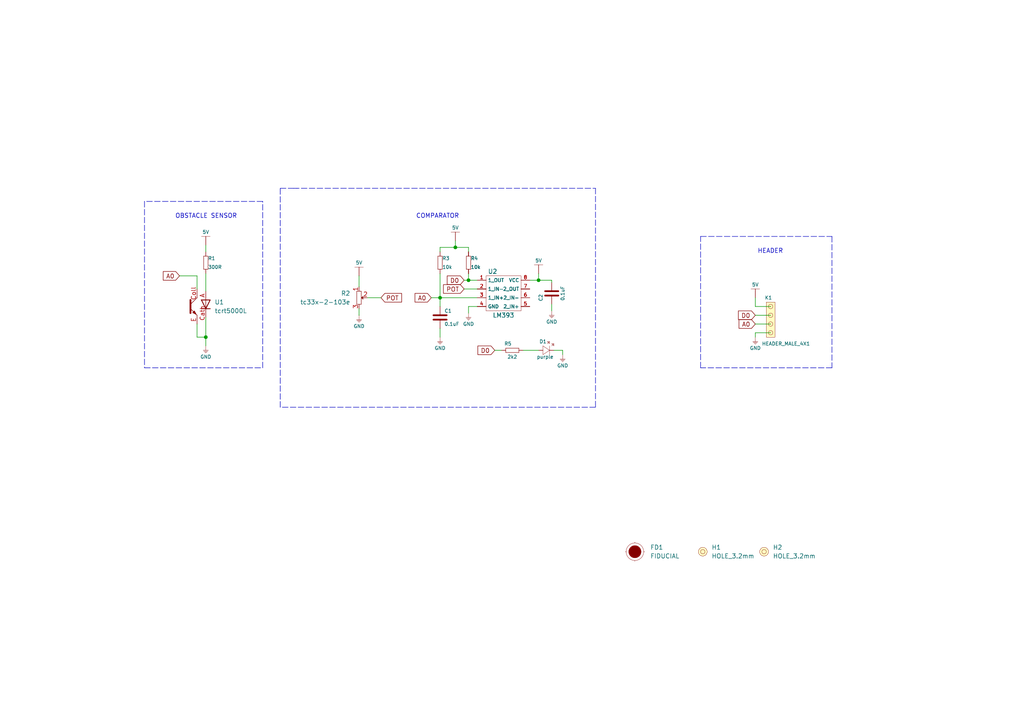
<source format=kicad_sch>
(kicad_sch (version 20210621) (generator eeschema)

  (uuid 779c5b46-3dc3-43e9-a3cd-53e3c0c8bd0d)

  (paper "A4")

  (title_block
    (title "Obstacle Sensor TCRT5000L")
    (date "2021-06-30")
    (rev "v1.1.1.")
    (company "SOLDERED")
    (comment 1 "333012")
  )

  (lib_symbols
    (symbol "e-radionica.com schematics:0402LED" (pin_numbers hide) (pin_names (offset 0.254) hide) (in_bom yes) (on_board yes)
      (property "Reference" "D" (id 0) (at -0.635 2.54 0)
        (effects (font (size 1 1)))
      )
      (property "Value" "0402LED" (id 1) (at 0 -2.54 0)
        (effects (font (size 1 1)))
      )
      (property "Footprint" "e-radionica.com footprinti:0402LED" (id 2) (at 0 5.08 0)
        (effects (font (size 1 1)) hide)
      )
      (property "Datasheet" "" (id 3) (at 0 0 0)
        (effects (font (size 1 1)) hide)
      )
      (property "Package" "0402" (id 4) (at 0 0 0)
        (effects (font (size 1.27 1.27)) hide)
      )
      (symbol "0402LED_0_1"
        (polyline
          (pts
            (xy -0.635 1.27)
            (xy 1.27 0)
          )
          (stroke (width 0.0006)) (fill (type none))
        )
        (polyline
          (pts
            (xy 0.635 1.905)
            (xy 1.27 2.54)
          )
          (stroke (width 0.0006)) (fill (type none))
        )
        (polyline
          (pts
            (xy 1.27 1.27)
            (xy 1.27 -1.27)
          )
          (stroke (width 0.0006)) (fill (type none))
        )
        (polyline
          (pts
            (xy 1.905 1.27)
            (xy 2.54 1.905)
          )
          (stroke (width 0.0006)) (fill (type none))
        )
        (polyline
          (pts
            (xy -0.635 1.27)
            (xy -0.635 -1.27)
            (xy 1.27 0)
          )
          (stroke (width 0.0006)) (fill (type none))
        )
        (polyline
          (pts
            (xy 1.27 2.54)
            (xy 0.635 2.54)
            (xy 1.27 1.905)
            (xy 1.27 2.54)
          )
          (stroke (width 0.0006)) (fill (type none))
        )
        (polyline
          (pts
            (xy 2.54 1.905)
            (xy 1.905 1.905)
            (xy 2.54 1.27)
            (xy 2.54 1.905)
          )
          (stroke (width 0.0006)) (fill (type none))
        )
      )
      (symbol "0402LED_1_1"
        (pin passive line (at -1.905 0 0) (length 1.27)
          (name "A" (effects (font (size 1.27 1.27))))
          (number "1" (effects (font (size 1.27 1.27))))
        )
        (pin passive line (at 2.54 0 180) (length 1.27)
          (name "K" (effects (font (size 1.27 1.27))))
          (number "2" (effects (font (size 1.27 1.27))))
        )
      )
    )
    (symbol "e-radionica.com schematics:0402R" (pin_numbers hide) (pin_names (offset 0.254)) (in_bom yes) (on_board yes)
      (property "Reference" "R" (id 0) (at -1.905 1.27 0)
        (effects (font (size 1 1)))
      )
      (property "Value" "0402R" (id 1) (at 0 -1.27 0)
        (effects (font (size 1 1)))
      )
      (property "Footprint" "e-radionica.com footprinti:0402R" (id 2) (at -2.54 1.905 0)
        (effects (font (size 1 1)) hide)
      )
      (property "Datasheet" "" (id 3) (at -2.54 1.905 0)
        (effects (font (size 1 1)) hide)
      )
      (symbol "0402R_0_1"
        (rectangle (start -1.905 -0.635) (end 1.905 -0.6604)
          (stroke (width 0.1)) (fill (type none))
        )
        (rectangle (start -1.905 0.635) (end -1.8796 -0.635)
          (stroke (width 0.1)) (fill (type none))
        )
        (rectangle (start -1.905 0.635) (end 1.905 0.6096)
          (stroke (width 0.1)) (fill (type none))
        )
        (rectangle (start 1.905 0.635) (end 1.9304 -0.635)
          (stroke (width 0.1)) (fill (type none))
        )
      )
      (symbol "0402R_1_1"
        (pin passive line (at -3.175 0 0) (length 1.27)
          (name "~" (effects (font (size 1.27 1.27))))
          (number "1" (effects (font (size 1.27 1.27))))
        )
        (pin passive line (at 3.175 0 180) (length 1.27)
          (name "~" (effects (font (size 1.27 1.27))))
          (number "2" (effects (font (size 1.27 1.27))))
        )
      )
    )
    (symbol "e-radionica.com schematics:0603C" (pin_numbers hide) (pin_names (offset 0.002)) (in_bom yes) (on_board yes)
      (property "Reference" "C" (id 0) (at -0.635 3.175 0)
        (effects (font (size 1 1)))
      )
      (property "Value" "0603C" (id 1) (at 0 -3.175 0)
        (effects (font (size 1 1)))
      )
      (property "Footprint" "e-radionica.com footprinti:0603C" (id 2) (at 0 0 0)
        (effects (font (size 1 1)) hide)
      )
      (property "Datasheet" "" (id 3) (at 0 0 0)
        (effects (font (size 1 1)) hide)
      )
      (symbol "0603C_0_1"
        (polyline
          (pts
            (xy -0.635 1.905)
            (xy -0.635 -1.905)
          )
          (stroke (width 0.5)) (fill (type none))
        )
        (polyline
          (pts
            (xy 0.635 1.905)
            (xy 0.635 -1.905)
          )
          (stroke (width 0.5)) (fill (type none))
        )
      )
      (symbol "0603C_1_1"
        (pin passive line (at -3.175 0 0) (length 2.54)
          (name "~" (effects (font (size 1.27 1.27))))
          (number "1" (effects (font (size 1.27 1.27))))
        )
        (pin passive line (at 3.175 0 180) (length 2.54)
          (name "~" (effects (font (size 1.27 1.27))))
          (number "2" (effects (font (size 1.27 1.27))))
        )
      )
    )
    (symbol "e-radionica.com schematics:0603R" (pin_numbers hide) (pin_names (offset 0.254)) (in_bom yes) (on_board yes)
      (property "Reference" "R" (id 0) (at -1.905 1.905 0)
        (effects (font (size 1 1)))
      )
      (property "Value" "0603R" (id 1) (at 0 -1.905 0)
        (effects (font (size 1 1)))
      )
      (property "Footprint" "e-radionica.com footprinti:0603R" (id 2) (at -0.635 1.905 0)
        (effects (font (size 1 1)) hide)
      )
      (property "Datasheet" "" (id 3) (at -0.635 1.905 0)
        (effects (font (size 1 1)) hide)
      )
      (symbol "0603R_0_1"
        (rectangle (start -1.905 -0.635) (end 1.905 -0.6604)
          (stroke (width 0.1)) (fill (type none))
        )
        (rectangle (start -1.905 0.635) (end -1.8796 -0.635)
          (stroke (width 0.1)) (fill (type none))
        )
        (rectangle (start -1.905 0.635) (end 1.905 0.6096)
          (stroke (width 0.1)) (fill (type none))
        )
        (rectangle (start 1.905 0.635) (end 1.9304 -0.635)
          (stroke (width 0.1)) (fill (type none))
        )
      )
      (symbol "0603R_1_1"
        (pin passive line (at -3.175 0 0) (length 1.27)
          (name "~" (effects (font (size 1.27 1.27))))
          (number "1" (effects (font (size 1.27 1.27))))
        )
        (pin passive line (at 3.175 0 180) (length 1.27)
          (name "~" (effects (font (size 1.27 1.27))))
          (number "2" (effects (font (size 1.27 1.27))))
        )
      )
    )
    (symbol "e-radionica.com schematics:5V" (power) (pin_names (offset 0)) (in_bom yes) (on_board yes)
      (property "Reference" "#PWR" (id 0) (at 4.445 0 0)
        (effects (font (size 1 1)) hide)
      )
      (property "Value" "5V" (id 1) (at 0 3.556 0)
        (effects (font (size 1 1)))
      )
      (property "Footprint" "" (id 2) (at 4.445 3.81 0)
        (effects (font (size 1 1)) hide)
      )
      (property "Datasheet" "" (id 3) (at 4.445 3.81 0)
        (effects (font (size 1 1)) hide)
      )
      (property "ki_keywords" "power-flag" (id 4) (at 0 0 0)
        (effects (font (size 1.27 1.27)) hide)
      )
      (property "ki_description" "Power symbol creates a global label with name \"+3V3\"" (id 5) (at 0 0 0)
        (effects (font (size 1.27 1.27)) hide)
      )
      (symbol "5V_0_1"
        (polyline
          (pts
            (xy -1.27 2.54)
            (xy 1.27 2.54)
          )
          (stroke (width 0.0006)) (fill (type none))
        )
        (polyline
          (pts
            (xy 0 0)
            (xy 0 2.54)
          )
          (stroke (width 0)) (fill (type none))
        )
      )
      (symbol "5V_1_1"
        (pin power_in line (at 0 0 90) (length 0) hide
          (name "5V" (effects (font (size 1.27 1.27))))
          (number "1" (effects (font (size 1.27 1.27))))
        )
      )
    )
    (symbol "e-radionica.com schematics:FIDUCIAL" (in_bom no) (on_board yes)
      (property "Reference" "FD" (id 0) (at 0 3.81 0)
        (effects (font (size 1.27 1.27)))
      )
      (property "Value" "FIDUCIAL" (id 1) (at 0 -3.81 0)
        (effects (font (size 1.27 1.27)))
      )
      (property "Footprint" "e-radionica.com footprinti:FIDUCIAL_23" (id 2) (at 0.254 -5.334 0)
        (effects (font (size 1.27 1.27)) hide)
      )
      (property "Datasheet" "" (id 3) (at 0 0 0)
        (effects (font (size 1.27 1.27)) hide)
      )
      (symbol "FIDUCIAL_0_1"
        (circle (center 0 0) (radius 2.54) (stroke (width 0.0006)) (fill (type none)))
        (circle (center 0 0) (radius 1.7961) (stroke (width 0.001)) (fill (type outline)))
        (polyline
          (pts
            (xy -2.54 0)
            (xy -2.794 0)
          )
          (stroke (width 0.0006)) (fill (type none))
        )
        (polyline
          (pts
            (xy 0 -2.54)
            (xy 0 -2.794)
          )
          (stroke (width 0.0006)) (fill (type none))
        )
        (polyline
          (pts
            (xy 0 2.54)
            (xy 0 2.794)
          )
          (stroke (width 0.0006)) (fill (type none))
        )
        (polyline
          (pts
            (xy 2.54 0)
            (xy 2.794 0)
          )
          (stroke (width 0.0006)) (fill (type none))
        )
      )
    )
    (symbol "e-radionica.com schematics:GND" (power) (pin_names (offset 0)) (in_bom yes) (on_board yes)
      (property "Reference" "#PWR" (id 0) (at 4.445 0 0)
        (effects (font (size 1 1)) hide)
      )
      (property "Value" "GND" (id 1) (at 0 -2.921 0)
        (effects (font (size 1 1)))
      )
      (property "Footprint" "" (id 2) (at 4.445 3.81 0)
        (effects (font (size 1 1)) hide)
      )
      (property "Datasheet" "" (id 3) (at 4.445 3.81 0)
        (effects (font (size 1 1)) hide)
      )
      (property "ki_keywords" "power-flag" (id 4) (at 0 0 0)
        (effects (font (size 1.27 1.27)) hide)
      )
      (property "ki_description" "Power symbol creates a global label with name \"+3V3\"" (id 5) (at 0 0 0)
        (effects (font (size 1.27 1.27)) hide)
      )
      (symbol "GND_0_1"
        (polyline
          (pts
            (xy -0.762 -1.27)
            (xy 0.762 -1.27)
          )
          (stroke (width 0.0006)) (fill (type none))
        )
        (polyline
          (pts
            (xy -0.635 -1.524)
            (xy 0.635 -1.524)
          )
          (stroke (width 0.0006)) (fill (type none))
        )
        (polyline
          (pts
            (xy -0.381 -1.778)
            (xy 0.381 -1.778)
          )
          (stroke (width 0.0006)) (fill (type none))
        )
        (polyline
          (pts
            (xy -0.127 -2.032)
            (xy 0.127 -2.032)
          )
          (stroke (width 0.0006)) (fill (type none))
        )
        (polyline
          (pts
            (xy 0 0)
            (xy 0 -1.27)
          )
          (stroke (width 0.0006)) (fill (type none))
        )
      )
      (symbol "GND_1_1"
        (pin power_in line (at 0 0 270) (length 0) hide
          (name "GND" (effects (font (size 1.27 1.27))))
          (number "1" (effects (font (size 1.27 1.27))))
        )
      )
    )
    (symbol "e-radionica.com schematics:HEADER_MALE_4X1" (pin_numbers hide) (pin_names hide) (in_bom yes) (on_board yes)
      (property "Reference" "K" (id 0) (at -0.635 7.62 0)
        (effects (font (size 1 1)))
      )
      (property "Value" "HEADER_MALE_4X1" (id 1) (at 0 -5.08 0)
        (effects (font (size 1 1)))
      )
      (property "Footprint" "e-radionica.com footprinti:HEADER_MALE_4X1" (id 2) (at 0 -2.54 0)
        (effects (font (size 1 1)) hide)
      )
      (property "Datasheet" "" (id 3) (at 0 -2.54 0)
        (effects (font (size 1 1)) hide)
      )
      (symbol "HEADER_MALE_4X1_0_1"
        (circle (center 0 -2.54) (radius 0.635) (stroke (width 0.0006)) (fill (type none)))
        (circle (center 0 0) (radius 0.635) (stroke (width 0.0006)) (fill (type none)))
        (circle (center 0 2.54) (radius 0.635) (stroke (width 0.0006)) (fill (type none)))
        (circle (center 0 5.08) (radius 0.635) (stroke (width 0.0006)) (fill (type none)))
        (rectangle (start 1.27 -3.81) (end -1.27 6.35)
          (stroke (width 0.001)) (fill (type background))
        )
      )
      (symbol "HEADER_MALE_4X1_1_1"
        (pin passive line (at 0 -2.54 180) (length 0)
          (name "~" (effects (font (size 1 1))))
          (number "1" (effects (font (size 1 1))))
        )
        (pin passive line (at 0 0 180) (length 0)
          (name "~" (effects (font (size 1 1))))
          (number "2" (effects (font (size 1 1))))
        )
        (pin passive line (at 0 2.54 180) (length 0)
          (name "~" (effects (font (size 1 1))))
          (number "3" (effects (font (size 1 1))))
        )
        (pin passive line (at 0 5.08 180) (length 0)
          (name "~" (effects (font (size 1 1))))
          (number "4" (effects (font (size 1 1))))
        )
      )
    )
    (symbol "e-radionica.com schematics:HOLE_3.2mm" (pin_numbers hide) (pin_names hide) (in_bom yes) (on_board yes)
      (property "Reference" "H" (id 0) (at 0 2.54 0)
        (effects (font (size 1.27 1.27)))
      )
      (property "Value" "HOLE_3.2mm" (id 1) (at 0 -2.54 0)
        (effects (font (size 1.27 1.27)))
      )
      (property "Footprint" "e-radionica.com footprinti:HOLE_3.2mm" (id 2) (at 0 0 0)
        (effects (font (size 1.27 1.27)) hide)
      )
      (property "Datasheet" "" (id 3) (at 0 0 0)
        (effects (font (size 1.27 1.27)) hide)
      )
      (symbol "HOLE_3.2mm_0_1"
        (circle (center 0 0) (radius 0.635) (stroke (width 0.0006)) (fill (type none)))
        (circle (center 0 0) (radius 1.27) (stroke (width 0.001)) (fill (type background)))
      )
    )
    (symbol "e-radionica.com schematics:LM393" (in_bom yes) (on_board yes)
      (property "Reference" "U" (id 0) (at 0 6.35 0)
        (effects (font (size 1.27 1.27)))
      )
      (property "Value" "LM393" (id 1) (at 0 -6.35 0)
        (effects (font (size 1.27 1.27)))
      )
      (property "Footprint" "e-radionica.com footprinti:SOIC−8" (id 2) (at 3.81 -2.54 0)
        (effects (font (size 1.27 1.27)) hide)
      )
      (property "Datasheet" "" (id 3) (at 3.81 -2.54 0)
        (effects (font (size 1.27 1.27)) hide)
      )
      (symbol "LM393_0_1"
        (rectangle (start -5.08 5.08) (end 5.08 -5.08)
          (stroke (width 0.0006)) (fill (type none))
        )
      )
      (symbol "LM393_1_1"
        (pin power_in line (at -7.62 3.81 0) (length 2.54)
          (name "1_OUT" (effects (font (size 1 1))))
          (number "1" (effects (font (size 1 1))))
        )
        (pin input line (at -7.62 1.27 0) (length 2.54)
          (name "1_IN-" (effects (font (size 1 1))))
          (number "2" (effects (font (size 1 1))))
        )
        (pin power_in line (at -7.62 -1.27 0) (length 2.54)
          (name "1_IN+" (effects (font (size 1 1))))
          (number "3" (effects (font (size 1 1))))
        )
        (pin passive line (at -7.62 -3.81 0) (length 2.54)
          (name "GND" (effects (font (size 1 1))))
          (number "4" (effects (font (size 1 1))))
        )
        (pin power_in line (at 7.62 -3.81 180) (length 2.54)
          (name "2_IN+" (effects (font (size 1 1))))
          (number "5" (effects (font (size 1 1))))
        )
        (pin power_in line (at 7.62 -1.27 180) (length 2.54)
          (name "2_IN-" (effects (font (size 1 1))))
          (number "6" (effects (font (size 1 1))))
        )
        (pin power_out line (at 7.62 1.27 180) (length 2.54)
          (name "2_OUT" (effects (font (size 1 1))))
          (number "7" (effects (font (size 1 1))))
        )
        (pin power_in line (at 7.62 3.81 180) (length 2.54)
          (name "VCC" (effects (font (size 1 1))))
          (number "8" (effects (font (size 1 1))))
        )
      )
    )
    (symbol "e-radionica.com schematics:tc33x-2-103e" (in_bom yes) (on_board yes)
      (property "Reference" "R" (id 0) (at -1.778 3.302 0)
        (effects (font (size 1.27 1.27)))
      )
      (property "Value" "tc33x-2-103e" (id 1) (at 0 -2.54 0)
        (effects (font (size 1.27 1.27)))
      )
      (property "Footprint" "e-radionica.com footprinti:tc33x-2-103e" (id 2) (at 0 -5.08 0)
        (effects (font (size 1.27 1.27)) hide)
      )
      (property "Datasheet" "" (id 3) (at -0.0508 -0.0508 0)
        (effects (font (size 1.27 1.27)) hide)
      )
      (symbol "tc33x-2-103e_0_1"
        (rectangle (start -1.905 -0.635) (end 1.905 -0.6604)
          (stroke (width 0.1)) (fill (type none))
        )
        (rectangle (start -1.905 0.635) (end -1.8796 -0.635)
          (stroke (width 0.1)) (fill (type none))
        )
        (rectangle (start -1.905 0.635) (end 1.905 0.6096)
          (stroke (width 0.1)) (fill (type none))
        )
        (rectangle (start 1.905 0.635) (end 1.9304 -0.635)
          (stroke (width 0.1)) (fill (type none))
        )
        (polyline
          (pts
            (xy -0.4318 1.1684)
            (xy 0.4826 1.1684)
            (xy 0 0.635)
            (xy -0.4064 1.0922)
            (xy -0.4826 1.1684)
            (xy 0 0.7874)
            (xy 0.3048 1.1176)
            (xy -0.254 1.0668)
            (xy 0.0254 0.8636)
            (xy 0.0762 1.0414)
            (xy -0.0254 0.9652)
          )
          (stroke (width 0.0006)) (fill (type none))
        )
      )
      (symbol "tc33x-2-103e_1_1"
        (pin passive line (at -3.175 0 0) (length 1.27)
          (name "~" (effects (font (size 1.27 1.27))))
          (number "1" (effects (font (size 1.27 1.27))))
        )
        (pin passive line (at 0 2.4892 270) (length 1.27)
          (name "" (effects (font (size 1.27 1.27))))
          (number "2" (effects (font (size 1.27 1.27))))
        )
        (pin passive line (at 3.175 0.0002 180) (length 1.27)
          (name "~" (effects (font (size 1.27 1.27))))
          (number "3" (effects (font (size 1.27 1.27))))
        )
      )
    )
    (symbol "e-radionica.com schematics:tcrt5000L" (in_bom yes) (on_board yes)
      (property "Reference" "U" (id 0) (at -4.445 3.81 0)
        (effects (font (size 1.27 1.27)))
      )
      (property "Value" "tcrt5000L" (id 1) (at 0 -13.335 0)
        (effects (font (size 1.27 1.27)))
      )
      (property "Footprint" "e-radionica.com footprinti:TCRT5000L" (id 2) (at -0.635 0 0)
        (effects (font (size 1.27 1.27)) hide)
      )
      (property "Datasheet" "" (id 3) (at -0.635 0 0)
        (effects (font (size 1.27 1.27)) hide)
      )
      (symbol "tcrt5000L_0_1"
        (polyline
          (pts
            (xy -3.175 0.635)
            (xy -1.27 2.54)
          )
          (stroke (width 0)) (fill (type none))
        )
        (polyline
          (pts
            (xy 0 -0.635)
            (xy 2.54 -0.635)
          )
          (stroke (width 0.254)) (fill (type none))
        )
        (polyline
          (pts
            (xy 1.27 1.905)
            (xy 1.27 -0.635)
          )
          (stroke (width 0)) (fill (type none))
        )
        (polyline
          (pts
            (xy -3.175 -0.635)
            (xy -1.27 -2.54)
            (xy -1.27 -2.54)
          )
          (stroke (width 0)) (fill (type none))
        )
        (polyline
          (pts
            (xy -3.175 1.905)
            (xy -3.175 -1.905)
            (xy -3.175 -1.905)
          )
          (stroke (width 0.508)) (fill (type none))
        )
        (polyline
          (pts
            (xy 0 1.905)
            (xy 2.54 1.905)
            (xy 1.27 -0.635)
            (xy 0 1.905)
          )
          (stroke (width 0.254)) (fill (type none))
        )
        (polyline
          (pts
            (xy -2.54 -1.778)
            (xy -2.032 -1.27)
            (xy -1.524 -2.286)
            (xy -2.54 -1.778)
            (xy -2.54 -1.778)
          )
          (stroke (width 0)) (fill (type outline))
        )
      )
      (symbol "tcrt5000L_1_1"
        (pin passive line (at 1.27 4.445 270) (length 2.54)
          (name "" (effects (font (size 1.27 1.27))))
          (number "A" (effects (font (size 1.27 1.27))))
        )
        (pin passive line (at 1.27 -3.175 90) (length 2.54)
          (name "" (effects (font (size 1.27 1.27))))
          (number "Cath" (effects (font (size 1.27 1.27))))
        )
        (pin passive line (at -1.27 5.08 270) (length 2.54)
          (name "" (effects (font (size 1.27 1.27))))
          (number "Coll" (effects (font (size 1.27 1.27))))
        )
        (pin passive line (at -1.27 -5.08 90) (length 2.54)
          (name "" (effects (font (size 1.27 1.27))))
          (number "E" (effects (font (size 1.27 1.27))))
        )
      )
    )
  )

  (junction (at 59.69 97.79) (diameter 0.9144) (color 0 0 0 0))
  (junction (at 127.635 86.36) (diameter 0.9144) (color 0 0 0 0))
  (junction (at 132.08 71.755) (diameter 0.9144) (color 0 0 0 0))
  (junction (at 135.89 81.28) (diameter 0.9144) (color 0 0 0 0))
  (junction (at 156.21 81.28) (diameter 0.9144) (color 0 0 0 0))

  (wire (pts (xy 52.07 80.01) (xy 57.15 80.01))
    (stroke (width 0) (type solid) (color 0 0 0 0))
    (uuid f5cce352-17bd-4635-b7c9-100468f9ba6a)
  )
  (wire (pts (xy 57.15 80.01) (xy 57.15 83.82))
    (stroke (width 0) (type solid) (color 0 0 0 0))
    (uuid a7ddde68-6257-4ade-9a11-c6778d7b6c71)
  )
  (wire (pts (xy 57.15 93.98) (xy 57.15 97.79))
    (stroke (width 0) (type solid) (color 0 0 0 0))
    (uuid bd5f25d3-8eab-41e2-a46b-b8aceaa855f4)
  )
  (wire (pts (xy 57.15 97.79) (xy 59.69 97.79))
    (stroke (width 0) (type solid) (color 0 0 0 0))
    (uuid bd5f25d3-8eab-41e2-a46b-b8aceaa855f4)
  )
  (wire (pts (xy 59.69 71.12) (xy 59.69 73.025))
    (stroke (width 0) (type solid) (color 0 0 0 0))
    (uuid 96b86411-a2dc-47bb-a466-f1d6969d6d4e)
  )
  (wire (pts (xy 59.69 79.375) (xy 59.69 84.455))
    (stroke (width 0) (type solid) (color 0 0 0 0))
    (uuid 0476afb7-b092-455c-8ed1-d082311e7620)
  )
  (wire (pts (xy 59.69 92.075) (xy 59.69 97.79))
    (stroke (width 0) (type solid) (color 0 0 0 0))
    (uuid 14dd3509-40c0-4162-8ec8-6d326cdc9e86)
  )
  (wire (pts (xy 59.69 97.79) (xy 59.69 100.33))
    (stroke (width 0) (type solid) (color 0 0 0 0))
    (uuid bd5f25d3-8eab-41e2-a46b-b8aceaa855f4)
  )
  (wire (pts (xy 104.14 80.01) (xy 104.14 83.185))
    (stroke (width 0) (type solid) (color 0 0 0 0))
    (uuid d96862db-8bad-4a7c-b968-daaad9fc6848)
  )
  (wire (pts (xy 104.14 91.44) (xy 104.1402 91.44))
    (stroke (width 0) (type solid) (color 0 0 0 0))
    (uuid d297a04e-1b6b-40fb-b4c0-4536a139fff2)
  )
  (wire (pts (xy 104.1402 89.535) (xy 104.1402 91.44))
    (stroke (width 0) (type solid) (color 0 0 0 0))
    (uuid 777bd36e-afcc-4f88-8880-fb0794830e45)
  )
  (wire (pts (xy 106.6292 86.36) (xy 110.49 86.36))
    (stroke (width 0) (type solid) (color 0 0 0 0))
    (uuid cd9c0dca-bf53-447e-be47-3a90a751d257)
  )
  (wire (pts (xy 125.095 86.36) (xy 127.635 86.36))
    (stroke (width 0) (type solid) (color 0 0 0 0))
    (uuid ded05270-e37d-459a-8f66-acef83444f56)
  )
  (wire (pts (xy 127.635 71.755) (xy 132.08 71.755))
    (stroke (width 0) (type solid) (color 0 0 0 0))
    (uuid 90168466-d72d-4732-ab7b-7653b44f9e77)
  )
  (wire (pts (xy 127.635 73.025) (xy 127.635 71.755))
    (stroke (width 0) (type solid) (color 0 0 0 0))
    (uuid b63d64c9-bcbd-4287-a815-66ffa71f5642)
  )
  (wire (pts (xy 127.635 79.375) (xy 127.635 86.36))
    (stroke (width 0) (type solid) (color 0 0 0 0))
    (uuid e84d2062-c6d4-4b93-b817-767120f23dca)
  )
  (wire (pts (xy 127.635 86.36) (xy 127.635 88.9))
    (stroke (width 0) (type solid) (color 0 0 0 0))
    (uuid ca78236a-5461-414f-b13d-90d23abc3a60)
  )
  (wire (pts (xy 127.635 86.36) (xy 138.43 86.36))
    (stroke (width 0) (type solid) (color 0 0 0 0))
    (uuid 0be01aff-fa7a-4687-ac2f-de9eb7d2d31e)
  )
  (wire (pts (xy 127.635 95.25) (xy 127.635 97.79))
    (stroke (width 0) (type solid) (color 0 0 0 0))
    (uuid d11e9852-9a60-48b9-8999-165d5dea6966)
  )
  (wire (pts (xy 132.08 71.755) (xy 132.08 69.85))
    (stroke (width 0) (type solid) (color 0 0 0 0))
    (uuid 3b189709-e4ae-4919-941d-11dca72fe1a9)
  )
  (wire (pts (xy 132.08 71.755) (xy 135.89 71.755))
    (stroke (width 0) (type solid) (color 0 0 0 0))
    (uuid 97dd2cfe-9a83-4e10-9253-d44344ac98ca)
  )
  (wire (pts (xy 134.62 81.28) (xy 135.89 81.28))
    (stroke (width 0) (type solid) (color 0 0 0 0))
    (uuid 1ebb3e7d-6e78-4381-b75b-4d620f7415eb)
  )
  (wire (pts (xy 134.62 83.82) (xy 138.43 83.82))
    (stroke (width 0) (type solid) (color 0 0 0 0))
    (uuid cda1c938-87a3-4c4a-8b09-be1108874f13)
  )
  (wire (pts (xy 135.89 71.755) (xy 135.89 73.025))
    (stroke (width 0) (type solid) (color 0 0 0 0))
    (uuid b203b6cc-a5ab-46e2-b7d6-77ac15968948)
  )
  (wire (pts (xy 135.89 79.375) (xy 135.89 81.28))
    (stroke (width 0) (type solid) (color 0 0 0 0))
    (uuid e54dfbee-c0a0-46c6-bdc0-d97ad1e734af)
  )
  (wire (pts (xy 135.89 81.28) (xy 138.43 81.28))
    (stroke (width 0) (type solid) (color 0 0 0 0))
    (uuid e23156ab-5dbc-4511-8986-a7108edc15b0)
  )
  (wire (pts (xy 135.89 88.9) (xy 135.89 90.805))
    (stroke (width 0) (type solid) (color 0 0 0 0))
    (uuid ff15f836-4e89-43fb-8243-ae85ba420fee)
  )
  (wire (pts (xy 138.43 88.9) (xy 135.89 88.9))
    (stroke (width 0) (type solid) (color 0 0 0 0))
    (uuid e4069da4-3fb9-4885-9948-8d4b631545bd)
  )
  (wire (pts (xy 143.51 101.6) (xy 145.415 101.6))
    (stroke (width 0) (type solid) (color 0 0 0 0))
    (uuid 099e87bd-e1c5-46c3-9b4d-994dc13f7416)
  )
  (wire (pts (xy 151.765 101.6) (xy 156.21 101.6))
    (stroke (width 0) (type solid) (color 0 0 0 0))
    (uuid b2ce17f3-c1bb-461a-aedf-5821db77619e)
  )
  (wire (pts (xy 153.67 81.28) (xy 156.21 81.28))
    (stroke (width 0) (type solid) (color 0 0 0 0))
    (uuid b080e924-83e1-4fe5-80fe-57343fca6c8d)
  )
  (wire (pts (xy 156.21 81.28) (xy 156.21 79.375))
    (stroke (width 0) (type solid) (color 0 0 0 0))
    (uuid cf60e33d-f987-45cd-8a2a-eacf1def2c60)
  )
  (wire (pts (xy 160.02 81.28) (xy 156.21 81.28))
    (stroke (width 0) (type solid) (color 0 0 0 0))
    (uuid 4bf0ecfd-52c5-49a0-bcc0-775c46d6c429)
  )
  (wire (pts (xy 160.02 81.915) (xy 160.02 81.28))
    (stroke (width 0) (type solid) (color 0 0 0 0))
    (uuid b52b6789-0361-454b-855a-8e892b39b271)
  )
  (wire (pts (xy 160.02 88.265) (xy 160.02 90.17))
    (stroke (width 0) (type solid) (color 0 0 0 0))
    (uuid d7f608cb-fe54-42cd-bfbb-fe223df4d930)
  )
  (wire (pts (xy 160.655 101.6) (xy 163.195 101.6))
    (stroke (width 0) (type solid) (color 0 0 0 0))
    (uuid 006c82cd-8233-4c4c-8fb2-135db9093e9d)
  )
  (wire (pts (xy 163.195 101.6) (xy 163.195 102.87))
    (stroke (width 0) (type solid) (color 0 0 0 0))
    (uuid 6c9182be-071f-46ae-a91a-28b0bf873aec)
  )
  (wire (pts (xy 219.075 88.9) (xy 219.075 86.36))
    (stroke (width 0) (type solid) (color 0 0 0 0))
    (uuid 02b45d48-dac7-4de5-8bbf-51193c9fcd79)
  )
  (wire (pts (xy 219.075 91.44) (xy 223.52 91.44))
    (stroke (width 0) (type solid) (color 0 0 0 0))
    (uuid 5a474233-ed47-45fd-9a69-1ad1617a261b)
  )
  (wire (pts (xy 219.075 93.98) (xy 223.52 93.98))
    (stroke (width 0) (type solid) (color 0 0 0 0))
    (uuid 5bb0a292-258a-4f7d-ab87-d214d7dcd535)
  )
  (wire (pts (xy 219.075 96.52) (xy 219.075 97.79))
    (stroke (width 0) (type solid) (color 0 0 0 0))
    (uuid 810e64c9-be8e-4f2d-a69c-e4269a9a1004)
  )
  (wire (pts (xy 223.52 88.9) (xy 219.075 88.9))
    (stroke (width 0) (type solid) (color 0 0 0 0))
    (uuid 26f00869-2a78-46a8-94d1-3b8347df9236)
  )
  (wire (pts (xy 223.52 96.52) (xy 219.075 96.52))
    (stroke (width 0) (type solid) (color 0 0 0 0))
    (uuid ab6f3e1c-2adb-4290-a338-53fd761b9a10)
  )
  (polyline (pts (xy 41.91 58.42) (xy 41.91 106.68))
    (stroke (width 0) (type dash) (color 0 0 0 0))
    (uuid adb9709c-889f-4d2f-89fe-069b1560865d)
  )
  (polyline (pts (xy 41.91 106.68) (xy 76.2 106.68))
    (stroke (width 0) (type dash) (color 0 0 0 0))
    (uuid adb9709c-889f-4d2f-89fe-069b1560865d)
  )
  (polyline (pts (xy 76.2 58.42) (xy 41.91 58.42))
    (stroke (width 0) (type dash) (color 0 0 0 0))
    (uuid adb9709c-889f-4d2f-89fe-069b1560865d)
  )
  (polyline (pts (xy 76.2 106.68) (xy 76.2 58.42))
    (stroke (width 0) (type dash) (color 0 0 0 0))
    (uuid adb9709c-889f-4d2f-89fe-069b1560865d)
  )
  (polyline (pts (xy 81.28 54.61) (xy 86.36 54.61))
    (stroke (width 0) (type dash) (color 0 0 0 0))
    (uuid b30ef224-f395-4947-84bb-28d44d29b7b1)
  )
  (polyline (pts (xy 81.28 118.11) (xy 81.28 54.61))
    (stroke (width 0) (type dash) (color 0 0 0 0))
    (uuid b30ef224-f395-4947-84bb-28d44d29b7b1)
  )
  (polyline (pts (xy 85.09 54.61) (xy 172.72 54.61))
    (stroke (width 0) (type dash) (color 0 0 0 0))
    (uuid b30ef224-f395-4947-84bb-28d44d29b7b1)
  )
  (polyline (pts (xy 172.72 54.61) (xy 172.72 118.11))
    (stroke (width 0) (type dash) (color 0 0 0 0))
    (uuid b30ef224-f395-4947-84bb-28d44d29b7b1)
  )
  (polyline (pts (xy 172.72 118.11) (xy 81.28 118.11))
    (stroke (width 0) (type dash) (color 0 0 0 0))
    (uuid b30ef224-f395-4947-84bb-28d44d29b7b1)
  )
  (polyline (pts (xy 203.2 68.58) (xy 241.3 68.58))
    (stroke (width 0) (type dash) (color 0 0 0 0))
    (uuid 834e69fa-1c40-42d1-be85-b4b884ea5073)
  )
  (polyline (pts (xy 203.2 106.68) (xy 203.2 68.58))
    (stroke (width 0) (type dash) (color 0 0 0 0))
    (uuid 834e69fa-1c40-42d1-be85-b4b884ea5073)
  )
  (polyline (pts (xy 241.3 68.58) (xy 241.3 106.68))
    (stroke (width 0) (type dash) (color 0 0 0 0))
    (uuid 834e69fa-1c40-42d1-be85-b4b884ea5073)
  )
  (polyline (pts (xy 241.3 106.68) (xy 203.2 106.68))
    (stroke (width 0) (type dash) (color 0 0 0 0))
    (uuid 834e69fa-1c40-42d1-be85-b4b884ea5073)
  )

  (text "OBSTACLE SENSOR" (at 50.8 63.5 0)
    (effects (font (size 1.27 1.27)) (justify left bottom))
    (uuid a2bddf07-0599-482a-98f0-b209261e4ccc)
  )
  (text "COMPARATOR" (at 120.65 63.5 0)
    (effects (font (size 1.27 1.27)) (justify left bottom))
    (uuid 62497c70-cbe7-4ecc-8ff6-1be4561930ef)
  )
  (text "HEADER\n" (at 219.71 73.66 0)
    (effects (font (size 1.27 1.27)) (justify left bottom))
    (uuid 6c0ebeba-3b59-4faf-950a-0b257c7bfd18)
  )

  (global_label "A0" (shape input) (at 52.07 80.01 180)
    (effects (font (size 1.27 1.27)) (justify right))
    (uuid 02b29835-4151-4b61-9e32-9e91af2b860f)
    (property "Intersheet References" "${INTERSHEET_REFS}" (id 0) (at 45.8348 79.9306 0)
      (effects (font (size 1.27 1.27)) (justify right) hide)
    )
  )
  (global_label "POT" (shape input) (at 110.49 86.36 0)
    (effects (font (size 1.27 1.27)) (justify left))
    (uuid 90ad2a9c-733a-4a2f-88ac-5afb900f0c27)
    (property "Intersheet References" "${INTERSHEET_REFS}" (id 0) (at 117.9952 86.2806 0)
      (effects (font (size 1.27 1.27)) (justify left) hide)
    )
  )
  (global_label "A0" (shape input) (at 125.095 86.36 180)
    (effects (font (size 1.27 1.27)) (justify right))
    (uuid 5eaa72a6-6dda-4aff-b684-b80f98234de8)
    (property "Intersheet References" "${INTERSHEET_REFS}" (id 0) (at 118.8598 86.2806 0)
      (effects (font (size 1.27 1.27)) (justify right) hide)
    )
  )
  (global_label "D0" (shape input) (at 134.62 81.28 180)
    (effects (font (size 1.27 1.27)) (justify right))
    (uuid 590fd27d-0841-4586-959d-ebfb2f06994b)
    (property "Intersheet References" "${INTERSHEET_REFS}" (id 0) (at 128.2034 81.3594 0)
      (effects (font (size 1.27 1.27)) (justify right) hide)
    )
  )
  (global_label "POT" (shape input) (at 134.62 83.82 180)
    (effects (font (size 1.27 1.27)) (justify right))
    (uuid 85a61c13-769b-45cd-b11d-883029234698)
    (property "Intersheet References" "${INTERSHEET_REFS}" (id 0) (at 127.1148 83.7406 0)
      (effects (font (size 1.27 1.27)) (justify right) hide)
    )
  )
  (global_label "D0" (shape input) (at 143.51 101.6 180)
    (effects (font (size 1.27 1.27)) (justify right))
    (uuid ad31097f-f099-4a4b-a5b8-df8e919ff78d)
    (property "Intersheet References" "${INTERSHEET_REFS}" (id 0) (at 137.0934 101.5206 0)
      (effects (font (size 1.27 1.27)) (justify right) hide)
    )
  )
  (global_label "D0" (shape input) (at 219.075 91.44 180)
    (effects (font (size 1.27 1.27)) (justify right))
    (uuid 3058a116-a88d-4d96-bc41-b840203846e4)
    (property "Intersheet References" "${INTERSHEET_REFS}" (id 0) (at 212.6584 91.3606 0)
      (effects (font (size 1.27 1.27)) (justify right) hide)
    )
  )
  (global_label "A0" (shape input) (at 219.075 93.98 180)
    (effects (font (size 1.27 1.27)) (justify right))
    (uuid 14b23faf-eee0-4ce5-b5d8-06d3e48052aa)
    (property "Intersheet References" "${INTERSHEET_REFS}" (id 0) (at 212.8398 93.9006 0)
      (effects (font (size 1.27 1.27)) (justify right) hide)
    )
  )

  (symbol (lib_id "e-radionica.com schematics:GND") (at 59.69 100.33 0) (unit 1)
    (in_bom yes) (on_board yes)
    (uuid 7d6e4515-4177-46e4-bca5-6d18bec2be41)
    (property "Reference" "#PWR02" (id 0) (at 64.135 100.33 0)
      (effects (font (size 1 1)) hide)
    )
    (property "Value" "GND" (id 1) (at 59.69 103.505 0)
      (effects (font (size 1 1)))
    )
    (property "Footprint" "" (id 2) (at 64.135 96.52 0)
      (effects (font (size 1 1)) hide)
    )
    (property "Datasheet" "" (id 3) (at 64.135 96.52 0)
      (effects (font (size 1 1)) hide)
    )
    (pin "1" (uuid 1674149b-52b7-45c7-b414-3e19bb9557c5))
  )

  (symbol (lib_id "e-radionica.com schematics:GND") (at 104.14 91.44 0) (unit 1)
    (in_bom yes) (on_board yes)
    (uuid 5fcef4d9-1852-4067-a354-a693d7c2e2f2)
    (property "Reference" "#PWR04" (id 0) (at 108.585 91.44 0)
      (effects (font (size 1 1)) hide)
    )
    (property "Value" "GND" (id 1) (at 104.14 94.615 0)
      (effects (font (size 1 1)))
    )
    (property "Footprint" "" (id 2) (at 108.585 87.63 0)
      (effects (font (size 1 1)) hide)
    )
    (property "Datasheet" "" (id 3) (at 108.585 87.63 0)
      (effects (font (size 1 1)) hide)
    )
    (pin "1" (uuid 1674149b-52b7-45c7-b414-3e19bb9557c5))
  )

  (symbol (lib_id "e-radionica.com schematics:GND") (at 127.635 97.79 0) (unit 1)
    (in_bom yes) (on_board yes)
    (uuid f652d160-fd97-434d-9701-cf8d00038bd7)
    (property "Reference" "#PWR05" (id 0) (at 132.08 97.79 0)
      (effects (font (size 1 1)) hide)
    )
    (property "Value" "GND" (id 1) (at 127.635 100.965 0)
      (effects (font (size 1 1)))
    )
    (property "Footprint" "" (id 2) (at 132.08 93.98 0)
      (effects (font (size 1 1)) hide)
    )
    (property "Datasheet" "" (id 3) (at 132.08 93.98 0)
      (effects (font (size 1 1)) hide)
    )
    (pin "1" (uuid 1674149b-52b7-45c7-b414-3e19bb9557c5))
  )

  (symbol (lib_id "e-radionica.com schematics:GND") (at 135.89 90.805 0) (unit 1)
    (in_bom yes) (on_board yes)
    (uuid af3294ab-d5df-4eea-93bf-fcc9ba3f52a3)
    (property "Reference" "#PWR07" (id 0) (at 140.335 90.805 0)
      (effects (font (size 1 1)) hide)
    )
    (property "Value" "GND" (id 1) (at 135.89 93.98 0)
      (effects (font (size 1 1)))
    )
    (property "Footprint" "" (id 2) (at 140.335 86.995 0)
      (effects (font (size 1 1)) hide)
    )
    (property "Datasheet" "" (id 3) (at 140.335 86.995 0)
      (effects (font (size 1 1)) hide)
    )
    (pin "1" (uuid 1674149b-52b7-45c7-b414-3e19bb9557c5))
  )

  (symbol (lib_id "e-radionica.com schematics:GND") (at 160.02 90.17 0) (unit 1)
    (in_bom yes) (on_board yes)
    (uuid c0c47811-568e-4747-ac5d-ecb32587c9d4)
    (property "Reference" "#PWR09" (id 0) (at 164.465 90.17 0)
      (effects (font (size 1 1)) hide)
    )
    (property "Value" "GND" (id 1) (at 160.02 93.345 0)
      (effects (font (size 1 1)))
    )
    (property "Footprint" "" (id 2) (at 164.465 86.36 0)
      (effects (font (size 1 1)) hide)
    )
    (property "Datasheet" "" (id 3) (at 164.465 86.36 0)
      (effects (font (size 1 1)) hide)
    )
    (pin "1" (uuid 1674149b-52b7-45c7-b414-3e19bb9557c5))
  )

  (symbol (lib_id "e-radionica.com schematics:GND") (at 163.195 102.87 0) (unit 1)
    (in_bom yes) (on_board yes)
    (uuid ce68d5b4-42e5-4306-b611-7d64d4df6e39)
    (property "Reference" "#PWR010" (id 0) (at 167.64 102.87 0)
      (effects (font (size 1 1)) hide)
    )
    (property "Value" "GND" (id 1) (at 163.195 106.045 0)
      (effects (font (size 1 1)))
    )
    (property "Footprint" "" (id 2) (at 167.64 99.06 0)
      (effects (font (size 1 1)) hide)
    )
    (property "Datasheet" "" (id 3) (at 167.64 99.06 0)
      (effects (font (size 1 1)) hide)
    )
    (pin "1" (uuid 1674149b-52b7-45c7-b414-3e19bb9557c5))
  )

  (symbol (lib_id "e-radionica.com schematics:GND") (at 219.075 97.79 0) (unit 1)
    (in_bom yes) (on_board yes)
    (uuid 78918edf-e331-4a66-acce-a161da15394c)
    (property "Reference" "#PWR012" (id 0) (at 223.52 97.79 0)
      (effects (font (size 1 1)) hide)
    )
    (property "Value" "GND" (id 1) (at 219.075 100.965 0)
      (effects (font (size 1 1)))
    )
    (property "Footprint" "" (id 2) (at 223.52 93.98 0)
      (effects (font (size 1 1)) hide)
    )
    (property "Datasheet" "" (id 3) (at 223.52 93.98 0)
      (effects (font (size 1 1)) hide)
    )
    (pin "1" (uuid 1674149b-52b7-45c7-b414-3e19bb9557c5))
  )

  (symbol (lib_id "e-radionica.com schematics:HOLE_3.2mm") (at 203.835 160.02 0) (unit 1)
    (in_bom yes) (on_board yes)
    (uuid 8f018064-7456-4be0-8af4-2741a0a42c27)
    (property "Reference" "H1" (id 0) (at 206.375 158.75 0)
      (effects (font (size 1.27 1.27)) (justify left))
    )
    (property "Value" "HOLE_3.2mm" (id 1) (at 206.375 161.29 0)
      (effects (font (size 1.27 1.27)) (justify left))
    )
    (property "Footprint" "e-radionica.com footprinti:HOLE_3.2mm" (id 2) (at 203.835 160.02 0)
      (effects (font (size 1.27 1.27)) hide)
    )
    (property "Datasheet" "" (id 3) (at 203.835 160.02 0)
      (effects (font (size 1.27 1.27)) hide)
    )
  )

  (symbol (lib_id "e-radionica.com schematics:HOLE_3.2mm") (at 221.615 160.02 0) (unit 1)
    (in_bom yes) (on_board yes)
    (uuid cd483cce-8b91-4332-8a1e-fa3ea6db912d)
    (property "Reference" "H2" (id 0) (at 224.155 158.75 0)
      (effects (font (size 1.27 1.27)) (justify left))
    )
    (property "Value" "HOLE_3.2mm" (id 1) (at 224.155 161.29 0)
      (effects (font (size 1.27 1.27)) (justify left))
    )
    (property "Footprint" "e-radionica.com footprinti:HOLE_3.2mm" (id 2) (at 221.615 160.02 0)
      (effects (font (size 1.27 1.27)) hide)
    )
    (property "Datasheet" "" (id 3) (at 221.615 160.02 0)
      (effects (font (size 1.27 1.27)) hide)
    )
  )

  (symbol (lib_id "e-radionica.com schematics:5V") (at 59.69 71.12 0) (unit 1)
    (in_bom yes) (on_board yes)
    (uuid 994c6dac-086f-406d-9911-a9551b5b1404)
    (property "Reference" "#PWR01" (id 0) (at 64.135 71.12 0)
      (effects (font (size 1 1)) hide)
    )
    (property "Value" "5V" (id 1) (at 59.69 67.31 0)
      (effects (font (size 1 1)))
    )
    (property "Footprint" "" (id 2) (at 64.135 67.31 0)
      (effects (font (size 1 1)) hide)
    )
    (property "Datasheet" "" (id 3) (at 64.135 67.31 0)
      (effects (font (size 1 1)) hide)
    )
    (pin "1" (uuid 339244a2-34e9-48a9-a2c4-1556fa4b4a7d))
  )

  (symbol (lib_id "e-radionica.com schematics:5V") (at 104.14 80.01 0) (unit 1)
    (in_bom yes) (on_board yes)
    (uuid 576a448d-a3d7-4d38-9d3e-76e82e17936d)
    (property "Reference" "#PWR03" (id 0) (at 108.585 80.01 0)
      (effects (font (size 1 1)) hide)
    )
    (property "Value" "5V" (id 1) (at 104.14 76.2 0)
      (effects (font (size 1 1)))
    )
    (property "Footprint" "" (id 2) (at 108.585 76.2 0)
      (effects (font (size 1 1)) hide)
    )
    (property "Datasheet" "" (id 3) (at 108.585 76.2 0)
      (effects (font (size 1 1)) hide)
    )
    (pin "1" (uuid 339244a2-34e9-48a9-a2c4-1556fa4b4a7d))
  )

  (symbol (lib_id "e-radionica.com schematics:5V") (at 132.08 69.85 0) (unit 1)
    (in_bom yes) (on_board yes)
    (uuid c847d32c-284c-4e5a-b6a8-3983e11fb705)
    (property "Reference" "#PWR06" (id 0) (at 136.525 69.85 0)
      (effects (font (size 1 1)) hide)
    )
    (property "Value" "5V" (id 1) (at 132.08 66.04 0)
      (effects (font (size 1 1)))
    )
    (property "Footprint" "" (id 2) (at 136.525 66.04 0)
      (effects (font (size 1 1)) hide)
    )
    (property "Datasheet" "" (id 3) (at 136.525 66.04 0)
      (effects (font (size 1 1)) hide)
    )
    (pin "1" (uuid 339244a2-34e9-48a9-a2c4-1556fa4b4a7d))
  )

  (symbol (lib_id "e-radionica.com schematics:5V") (at 156.21 79.375 0) (unit 1)
    (in_bom yes) (on_board yes)
    (uuid 1ea51a23-a266-4bd9-9d8f-2b12338d97e2)
    (property "Reference" "#PWR08" (id 0) (at 160.655 79.375 0)
      (effects (font (size 1 1)) hide)
    )
    (property "Value" "5V" (id 1) (at 156.21 75.565 0)
      (effects (font (size 1 1)))
    )
    (property "Footprint" "" (id 2) (at 160.655 75.565 0)
      (effects (font (size 1 1)) hide)
    )
    (property "Datasheet" "" (id 3) (at 160.655 75.565 0)
      (effects (font (size 1 1)) hide)
    )
    (pin "1" (uuid 339244a2-34e9-48a9-a2c4-1556fa4b4a7d))
  )

  (symbol (lib_id "e-radionica.com schematics:5V") (at 219.075 86.36 0) (unit 1)
    (in_bom yes) (on_board yes)
    (uuid eff4f00f-7da0-45c5-8d8a-1a56dc70dd6c)
    (property "Reference" "#PWR011" (id 0) (at 223.52 86.36 0)
      (effects (font (size 1 1)) hide)
    )
    (property "Value" "5V" (id 1) (at 219.075 82.55 0)
      (effects (font (size 1 1)))
    )
    (property "Footprint" "" (id 2) (at 223.52 82.55 0)
      (effects (font (size 1 1)) hide)
    )
    (property "Datasheet" "" (id 3) (at 223.52 82.55 0)
      (effects (font (size 1 1)) hide)
    )
    (pin "1" (uuid 339244a2-34e9-48a9-a2c4-1556fa4b4a7d))
  )

  (symbol (lib_id "e-radionica.com schematics:0603R") (at 59.69 76.2 90) (unit 1)
    (in_bom yes) (on_board yes)
    (uuid ebf15088-b8ed-4623-aafa-6b8ad80b64c0)
    (property "Reference" "R1" (id 0) (at 60.325 74.93 90)
      (effects (font (size 1 1)) (justify right))
    )
    (property "Value" "300R" (id 1) (at 60.325 77.47 90)
      (effects (font (size 1 1)) (justify right))
    )
    (property "Footprint" "e-radionica.com footprinti:0603R" (id 2) (at 57.785 76.835 0)
      (effects (font (size 1 1)) hide)
    )
    (property "Datasheet" "" (id 3) (at 57.785 76.835 0)
      (effects (font (size 1 1)) hide)
    )
    (pin "1" (uuid ac59e436-ce08-4f9f-be8d-e907e82bd897))
    (pin "2" (uuid 897ae6e7-e1c5-4b9e-80a5-1a7cf1cb45f4))
  )

  (symbol (lib_id "e-radionica.com schematics:0603R") (at 127.635 76.2 90) (unit 1)
    (in_bom yes) (on_board yes)
    (uuid 43e1ff8f-5edd-4442-9ac7-8bcddc97360d)
    (property "Reference" "R3" (id 0) (at 128.27 74.93 90)
      (effects (font (size 1 1)) (justify right))
    )
    (property "Value" "10k" (id 1) (at 128.27 77.47 90)
      (effects (font (size 1 1)) (justify right))
    )
    (property "Footprint" "e-radionica.com footprinti:0603R" (id 2) (at 125.73 76.835 0)
      (effects (font (size 1 1)) hide)
    )
    (property "Datasheet" "" (id 3) (at 125.73 76.835 0)
      (effects (font (size 1 1)) hide)
    )
    (pin "1" (uuid ac59e436-ce08-4f9f-be8d-e907e82bd897))
    (pin "2" (uuid 897ae6e7-e1c5-4b9e-80a5-1a7cf1cb45f4))
  )

  (symbol (lib_id "e-radionica.com schematics:0603R") (at 135.89 76.2 90) (unit 1)
    (in_bom yes) (on_board yes)
    (uuid 4290cb97-332f-43cd-be38-f49664237b6a)
    (property "Reference" "R4" (id 0) (at 136.525 74.93 90)
      (effects (font (size 1 1)) (justify right))
    )
    (property "Value" "10k" (id 1) (at 136.525 77.47 90)
      (effects (font (size 1 1)) (justify right))
    )
    (property "Footprint" "e-radionica.com footprinti:0603R" (id 2) (at 133.985 76.835 0)
      (effects (font (size 1 1)) hide)
    )
    (property "Datasheet" "" (id 3) (at 133.985 76.835 0)
      (effects (font (size 1 1)) hide)
    )
    (pin "1" (uuid c040bf72-fb93-41e5-84db-d44dfd5f5d45))
    (pin "2" (uuid 99f29871-35bc-4c62-9dff-c0cc456a3881))
  )

  (symbol (lib_id "e-radionica.com schematics:0402R") (at 148.59 101.6 0) (unit 1)
    (in_bom yes) (on_board yes)
    (uuid 212ff549-c3ce-47ca-8d9f-038afa1c3ee3)
    (property "Reference" "R5" (id 0) (at 147.32 99.695 0)
      (effects (font (size 1 1)))
    )
    (property "Value" "2k2" (id 1) (at 148.59 103.505 0)
      (effects (font (size 1 1)))
    )
    (property "Footprint" "e-radionica.com footprinti:0402R" (id 2) (at 146.05 99.695 0)
      (effects (font (size 1 1)) hide)
    )
    (property "Datasheet" "" (id 3) (at 146.05 99.695 0)
      (effects (font (size 1 1)) hide)
    )
    (pin "1" (uuid d0d12dba-1085-4ae0-b015-dd6220cce864))
    (pin "2" (uuid 58f23848-bf34-47ec-820d-2348eade1830))
  )

  (symbol (lib_id "e-radionica.com schematics:0402LED") (at 158.115 101.6 0) (unit 1)
    (in_bom yes) (on_board yes)
    (uuid b2725644-119d-4453-ae84-285f41991561)
    (property "Reference" "D1" (id 0) (at 157.48 99.06 0)
      (effects (font (size 1 1)))
    )
    (property "Value" "purple" (id 1) (at 158.115 103.505 0)
      (effects (font (size 1 1)))
    )
    (property "Footprint" "e-radionica.com footprinti:0402LED" (id 2) (at 158.115 96.52 0)
      (effects (font (size 1 1)) hide)
    )
    (property "Datasheet" "" (id 3) (at 158.115 101.6 0)
      (effects (font (size 1 1)) hide)
    )
    (property "Package" "0402" (id 4) (at 158.115 101.6 0)
      (effects (font (size 1.27 1.27)) hide)
    )
    (pin "1" (uuid 4c2ffa47-eaeb-46e8-9fe3-44dc6c150376))
    (pin "2" (uuid 590d764b-1174-4567-98d8-7fca22bfab95))
  )

  (symbol (lib_id "e-radionica.com schematics:tc33x-2-103e") (at 104.14 86.36 270) (unit 1)
    (in_bom yes) (on_board yes)
    (uuid 5e6a247d-6a7c-4831-a371-437c8f1141e0)
    (property "Reference" "R2" (id 0) (at 101.6 85.09 90)
      (effects (font (size 1.27 1.27)) (justify right))
    )
    (property "Value" "tc33x-2-103e" (id 1) (at 101.6 87.63 90)
      (effects (font (size 1.27 1.27)) (justify right))
    )
    (property "Footprint" "e-radionica.com footprinti:tc33x-2-103e" (id 2) (at 99.06 86.36 0)
      (effects (font (size 1.27 1.27)) hide)
    )
    (property "Datasheet" "" (id 3) (at 104.0892 86.3092 0)
      (effects (font (size 1.27 1.27)) hide)
    )
    (pin "1" (uuid e553b724-8a27-4a07-a957-62dabefaa023))
    (pin "2" (uuid 38f1d191-c9af-416d-9388-784236797045))
    (pin "3" (uuid eff8a5d1-f8f0-4f95-a3c4-fe612d949e04))
  )

  (symbol (lib_id "e-radionica.com schematics:HEADER_MALE_4X1") (at 223.52 93.98 0) (unit 1)
    (in_bom yes) (on_board yes)
    (uuid 7c1e7179-c55c-4ad1-9ba5-2da26ac9e579)
    (property "Reference" "K1" (id 0) (at 222.885 86.36 0)
      (effects (font (size 1 1)))
    )
    (property "Value" "HEADER_MALE_4X1" (id 1) (at 227.965 99.695 0)
      (effects (font (size 1 1)))
    )
    (property "Footprint" "e-radionica.com footprinti:HEADER_MALE_4X1" (id 2) (at 223.52 96.52 0)
      (effects (font (size 1 1)) hide)
    )
    (property "Datasheet" "" (id 3) (at 223.52 96.52 0)
      (effects (font (size 1 1)) hide)
    )
    (pin "1" (uuid 24020740-0e29-4471-83bb-4f4d6632ad46))
    (pin "2" (uuid e97686fa-5ef3-440b-a4d1-8bcde37f0319))
    (pin "3" (uuid c01cdc85-05a2-4186-8f7a-26c479c15281))
    (pin "4" (uuid a459736b-730b-4dd8-88ea-50a766551d8b))
  )

  (symbol (lib_id "e-radionica.com schematics:0603C") (at 127.635 92.075 90) (unit 1)
    (in_bom yes) (on_board yes)
    (uuid f861007b-5e36-426d-b3a5-968791904503)
    (property "Reference" "C1" (id 0) (at 128.905 90.17 90)
      (effects (font (size 1 1)) (justify right))
    )
    (property "Value" "0.1uF" (id 1) (at 128.905 93.98 90)
      (effects (font (size 1 1)) (justify right))
    )
    (property "Footprint" "e-radionica.com footprinti:0603C" (id 2) (at 127.635 92.075 0)
      (effects (font (size 1 1)) hide)
    )
    (property "Datasheet" "" (id 3) (at 127.635 92.075 0)
      (effects (font (size 1 1)) hide)
    )
    (pin "1" (uuid c71b57b9-54a1-4a82-8a78-5c8c643c04ff))
    (pin "2" (uuid 020d3e4b-6c98-4ed9-a59e-ac9211a6601f))
  )

  (symbol (lib_id "e-radionica.com schematics:0603C") (at 160.02 85.09 90) (unit 1)
    (in_bom yes) (on_board yes)
    (uuid 3c990b84-3a24-463f-8229-99053bc0b950)
    (property "Reference" "C2" (id 0) (at 156.845 86.36 0)
      (effects (font (size 1 1)))
    )
    (property "Value" "0.1uF" (id 1) (at 163.195 85.09 0)
      (effects (font (size 1 1)))
    )
    (property "Footprint" "e-radionica.com footprinti:0603C" (id 2) (at 160.02 85.09 0)
      (effects (font (size 1 1)) hide)
    )
    (property "Datasheet" "" (id 3) (at 160.02 85.09 0)
      (effects (font (size 1 1)) hide)
    )
    (pin "1" (uuid 8d8c2eb0-e19c-47a9-816e-d02c6431234f))
    (pin "2" (uuid 2b6672f5-75ff-4a7b-a30f-58b6bb1e7cad))
  )

  (symbol (lib_id "e-radionica.com schematics:FIDUCIAL") (at 184.15 160.02 0) (unit 1)
    (in_bom no) (on_board yes) (fields_autoplaced)
    (uuid 90f77b50-5162-4b41-9d45-5d87b40e3247)
    (property "Reference" "FD1" (id 0) (at 188.595 158.7499 0)
      (effects (font (size 1.27 1.27)) (justify left))
    )
    (property "Value" "FIDUCIAL" (id 1) (at 188.595 161.2899 0)
      (effects (font (size 1.27 1.27)) (justify left))
    )
    (property "Footprint" "e-radionica.com footprinti:FIDUCIAL_23" (id 2) (at 184.404 165.354 0)
      (effects (font (size 1.27 1.27)) hide)
    )
    (property "Datasheet" "" (id 3) (at 184.15 160.02 0)
      (effects (font (size 1.27 1.27)) hide)
    )
  )

  (symbol (lib_id "e-radionica.com schematics:tcrt5000L") (at 58.42 88.9 0) (unit 1)
    (in_bom yes) (on_board yes)
    (uuid 42c2339e-e58f-46b3-90a0-cf479a667d52)
    (property "Reference" "U1" (id 0) (at 62.23 87.63 0)
      (effects (font (size 1.27 1.27)) (justify left))
    )
    (property "Value" "tcrt5000L" (id 1) (at 62.23 90.17 0)
      (effects (font (size 1.27 1.27)) (justify left))
    )
    (property "Footprint" "e-radionica.com footprinti:TCRT5000L" (id 2) (at 57.785 88.9 0)
      (effects (font (size 1.27 1.27)) hide)
    )
    (property "Datasheet" "" (id 3) (at 57.785 88.9 0)
      (effects (font (size 1.27 1.27)) hide)
    )
    (pin "A" (uuid a4db8241-336b-4c4e-8246-9f620c385174))
    (pin "Cath" (uuid 9821bbe4-0b9a-494d-a482-7397e07610fb))
    (pin "Coll" (uuid 967d7b94-8a15-433d-bf5b-7633f24b2357))
    (pin "E" (uuid c99e1a65-bcf1-41ac-ad37-4138f9cf4e21))
  )

  (symbol (lib_id "e-radionica.com schematics:LM393") (at 146.05 85.09 0) (unit 1)
    (in_bom yes) (on_board yes)
    (uuid 69ed1a24-bb6d-4039-b4f9-dd1b93bc5f28)
    (property "Reference" "U2" (id 0) (at 142.875 78.74 0))
    (property "Value" "LM393" (id 1) (at 146.05 91.44 0))
    (property "Footprint" "e-radionica.com footprinti:SOIC−8" (id 2) (at 149.86 87.63 0)
      (effects (font (size 1.27 1.27)) hide)
    )
    (property "Datasheet" "" (id 3) (at 149.86 87.63 0)
      (effects (font (size 1.27 1.27)) hide)
    )
    (pin "1" (uuid 9af663e0-499c-4cb9-8f5a-bff3c5d859d3))
    (pin "2" (uuid a2a8df36-3b72-403c-a72b-022735e6ff36))
    (pin "3" (uuid a83d21c6-2796-4027-867c-b33a2f93fe52))
    (pin "4" (uuid 981735b6-4737-4df7-baa4-4e92cb86355a))
    (pin "5" (uuid e62c6dfa-2e43-43db-afbb-65e397012e55))
    (pin "6" (uuid 5192c645-c18f-421b-bfe4-c019a0989ec8))
    (pin "7" (uuid eb941181-46c8-49e9-a46f-1a36835c63ce))
    (pin "8" (uuid a5779ba2-8a6b-4059-8f14-e5de5cfe4ad6))
  )

  (sheet_instances
    (path "/" (page "1"))
  )

  (symbol_instances
    (path "/994c6dac-086f-406d-9911-a9551b5b1404"
      (reference "#PWR01") (unit 1) (value "5V") (footprint "")
    )
    (path "/7d6e4515-4177-46e4-bca5-6d18bec2be41"
      (reference "#PWR02") (unit 1) (value "GND") (footprint "")
    )
    (path "/576a448d-a3d7-4d38-9d3e-76e82e17936d"
      (reference "#PWR03") (unit 1) (value "5V") (footprint "")
    )
    (path "/5fcef4d9-1852-4067-a354-a693d7c2e2f2"
      (reference "#PWR04") (unit 1) (value "GND") (footprint "")
    )
    (path "/f652d160-fd97-434d-9701-cf8d00038bd7"
      (reference "#PWR05") (unit 1) (value "GND") (footprint "")
    )
    (path "/c847d32c-284c-4e5a-b6a8-3983e11fb705"
      (reference "#PWR06") (unit 1) (value "5V") (footprint "")
    )
    (path "/af3294ab-d5df-4eea-93bf-fcc9ba3f52a3"
      (reference "#PWR07") (unit 1) (value "GND") (footprint "")
    )
    (path "/1ea51a23-a266-4bd9-9d8f-2b12338d97e2"
      (reference "#PWR08") (unit 1) (value "5V") (footprint "")
    )
    (path "/c0c47811-568e-4747-ac5d-ecb32587c9d4"
      (reference "#PWR09") (unit 1) (value "GND") (footprint "")
    )
    (path "/ce68d5b4-42e5-4306-b611-7d64d4df6e39"
      (reference "#PWR010") (unit 1) (value "GND") (footprint "")
    )
    (path "/eff4f00f-7da0-45c5-8d8a-1a56dc70dd6c"
      (reference "#PWR011") (unit 1) (value "5V") (footprint "")
    )
    (path "/78918edf-e331-4a66-acce-a161da15394c"
      (reference "#PWR012") (unit 1) (value "GND") (footprint "")
    )
    (path "/f861007b-5e36-426d-b3a5-968791904503"
      (reference "C1") (unit 1) (value "0.1uF") (footprint "e-radionica.com footprinti:0603C")
    )
    (path "/3c990b84-3a24-463f-8229-99053bc0b950"
      (reference "C2") (unit 1) (value "0.1uF") (footprint "e-radionica.com footprinti:0603C")
    )
    (path "/b2725644-119d-4453-ae84-285f41991561"
      (reference "D1") (unit 1) (value "purple") (footprint "e-radionica.com footprinti:0402LED")
    )
    (path "/90f77b50-5162-4b41-9d45-5d87b40e3247"
      (reference "FD1") (unit 1) (value "FIDUCIAL") (footprint "e-radionica.com footprinti:FIDUCIAL_23")
    )
    (path "/8f018064-7456-4be0-8af4-2741a0a42c27"
      (reference "H1") (unit 1) (value "HOLE_3.2mm") (footprint "e-radionica.com footprinti:HOLE_3.2mm")
    )
    (path "/cd483cce-8b91-4332-8a1e-fa3ea6db912d"
      (reference "H2") (unit 1) (value "HOLE_3.2mm") (footprint "e-radionica.com footprinti:HOLE_3.2mm")
    )
    (path "/7c1e7179-c55c-4ad1-9ba5-2da26ac9e579"
      (reference "K1") (unit 1) (value "HEADER_MALE_4X1") (footprint "e-radionica.com footprinti:HEADER_MALE_4X1")
    )
    (path "/ebf15088-b8ed-4623-aafa-6b8ad80b64c0"
      (reference "R1") (unit 1) (value "300R") (footprint "e-radionica.com footprinti:0603R")
    )
    (path "/5e6a247d-6a7c-4831-a371-437c8f1141e0"
      (reference "R2") (unit 1) (value "tc33x-2-103e") (footprint "e-radionica.com footprinti:tc33x-2-103e")
    )
    (path "/43e1ff8f-5edd-4442-9ac7-8bcddc97360d"
      (reference "R3") (unit 1) (value "10k") (footprint "e-radionica.com footprinti:0603R")
    )
    (path "/4290cb97-332f-43cd-be38-f49664237b6a"
      (reference "R4") (unit 1) (value "10k") (footprint "e-radionica.com footprinti:0603R")
    )
    (path "/212ff549-c3ce-47ca-8d9f-038afa1c3ee3"
      (reference "R5") (unit 1) (value "2k2") (footprint "e-radionica.com footprinti:0402R")
    )
    (path "/42c2339e-e58f-46b3-90a0-cf479a667d52"
      (reference "U1") (unit 1) (value "tcrt5000L") (footprint "e-radionica.com footprinti:TCRT5000L")
    )
    (path "/69ed1a24-bb6d-4039-b4f9-dd1b93bc5f28"
      (reference "U2") (unit 1) (value "LM393") (footprint "e-radionica.com footprinti:SOIC−8")
    )
  )
)

</source>
